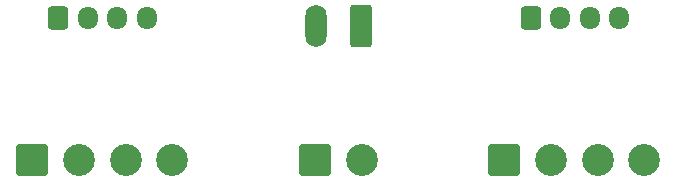
<source format=gbr>
%TF.GenerationSoftware,KiCad,Pcbnew,8.0.1*%
%TF.CreationDate,2024-04-18T14:43:13+09:00*%
%TF.ProjectId,STEP200-XA-motor-connector,53544550-3230-4302-9d58-412d6d6f746f,rev?*%
%TF.SameCoordinates,Original*%
%TF.FileFunction,Soldermask,Top*%
%TF.FilePolarity,Negative*%
%FSLAX46Y46*%
G04 Gerber Fmt 4.6, Leading zero omitted, Abs format (unit mm)*
G04 Created by KiCad (PCBNEW 8.0.1) date 2024-04-18 14:43:13*
%MOMM*%
%LPD*%
G01*
G04 APERTURE LIST*
G04 Aperture macros list*
%AMRoundRect*
0 Rectangle with rounded corners*
0 $1 Rounding radius*
0 $2 $3 $4 $5 $6 $7 $8 $9 X,Y pos of 4 corners*
0 Add a 4 corners polygon primitive as box body*
4,1,4,$2,$3,$4,$5,$6,$7,$8,$9,$2,$3,0*
0 Add four circle primitives for the rounded corners*
1,1,$1+$1,$2,$3*
1,1,$1+$1,$4,$5*
1,1,$1+$1,$6,$7*
1,1,$1+$1,$8,$9*
0 Add four rect primitives between the rounded corners*
20,1,$1+$1,$2,$3,$4,$5,0*
20,1,$1+$1,$4,$5,$6,$7,0*
20,1,$1+$1,$6,$7,$8,$9,0*
20,1,$1+$1,$8,$9,$2,$3,0*%
G04 Aperture macros list end*
%ADD10RoundRect,0.250000X0.650000X1.550000X-0.650000X1.550000X-0.650000X-1.550000X0.650000X-1.550000X0*%
%ADD11O,1.800000X3.600000*%
%ADD12RoundRect,0.250001X-1.099999X-1.099999X1.099999X-1.099999X1.099999X1.099999X-1.099999X1.099999X0*%
%ADD13C,2.700000*%
%ADD14RoundRect,0.250000X-0.600000X-0.725000X0.600000X-0.725000X0.600000X0.725000X-0.600000X0.725000X0*%
%ADD15O,1.700000X1.950000*%
G04 APERTURE END LIST*
D10*
%TO.C,J6*%
X121887500Y-64642500D03*
D11*
X118077500Y-64642500D03*
%TD*%
D12*
%TO.C,J5*%
X118000000Y-76000000D03*
D13*
X121960000Y-76000000D03*
%TD*%
D14*
%TO.C,J4*%
X136250000Y-64000000D03*
D15*
X138750000Y-64000000D03*
X141250000Y-64000000D03*
X143750000Y-64000000D03*
%TD*%
D12*
%TO.C,J3*%
X134000000Y-76000000D03*
D13*
X137960000Y-76000000D03*
X141920000Y-76000000D03*
X145880000Y-76000000D03*
%TD*%
D14*
%TO.C,J2*%
X96250000Y-64000000D03*
D15*
X98750000Y-64000000D03*
X101250000Y-64000000D03*
X103750000Y-64000000D03*
%TD*%
D12*
%TO.C,J1*%
X94040000Y-76000000D03*
D13*
X98000000Y-76000000D03*
X101960000Y-76000000D03*
X105920000Y-76000000D03*
%TD*%
M02*

</source>
